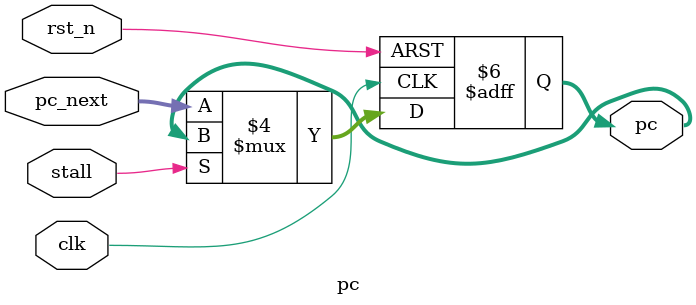
<source format=sv>
`timescale 1ns / 1ps


module pc(input clk, rst_n, stall, input[31:0] pc_next, output reg [31:0] pc);
    
    always @(posedge clk or negedge rst_n)
    begin
        if (~rst_n) pc <= 32'h00000000;
        else if (~stall) pc <= pc_next;
    end
    
endmodule

</source>
